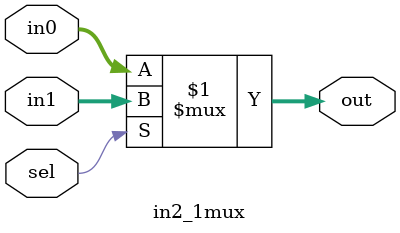
<source format=v>
`timescale 1ns / 1ps
module in2_1mux(
    input [31:0] in0,
	 input [31:0] in1,
    output [31:0] out,
    input sel
    );
assign out=sel?in1:in0;

endmodule

</source>
